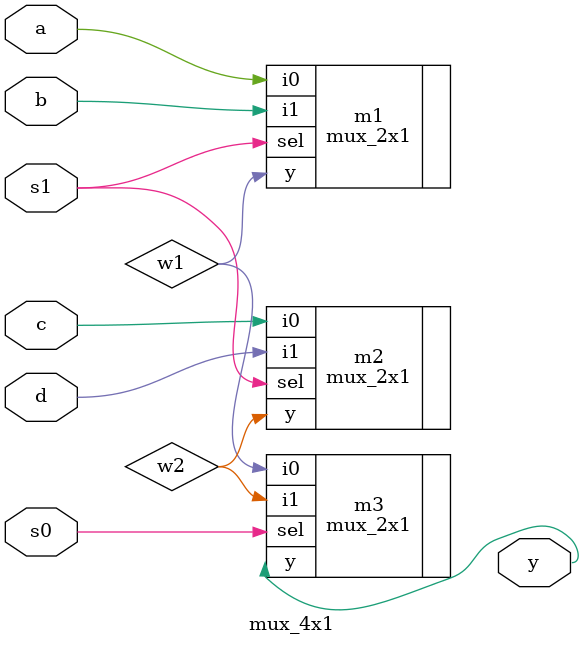
<source format=v>

module mux_4x1(a,b,c,d,s0,s1,y);
input a,b,c,d;
input s0,s1;
output y;
wire w1,w2;
  mux_2x1 m1(.i0(a),.i1(b),.sel(s1),.y(w1));
  mux_2x1 m2(.i0(c),.i1(d),.sel(s1),.y(w2));
  mux_2x1 m3(.i0(w1),.i1(w2),.sel(s0),.y(y));
endmodule

/*module mux_4x1(i,s,y);
input [3:0] i;
input [1:0] s;
output y;
wire w1,w2;
  mux_2x1 m1(.i0(i[0]),.i1(i[1]),.sel(s[0]),.y(w1));
  mux_2x1 m2(.i0(i[2]),.i1(i[3]),.sel(s[0]),.y(w2));
  //mux_2x1 m2(.i0(i2),.i1(i3),.sel(s1),.y(w2));
  mux_2x1 m3(.i0(w1),.i1(w2),.sel(s[1]),.y(y));
endmodule*/
</source>
